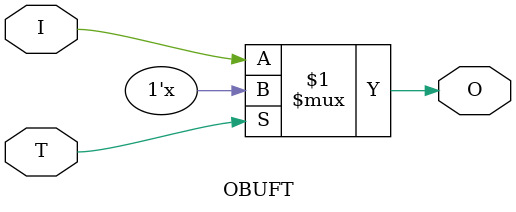
<source format=v>

/*

FUNCTION	: TRI-STATE OUTPUT BUFFER

*/

`timescale  100 ps / 10 ps

`celldefine

module OBUFT (O, I, T);


    output O;

    input  I, T;

	bufif0 T1 (O, I, T);

    specify
	(I *> O) = (0, 0);
	(T *> O) = (0, 0);
    endspecify

endmodule

`endcelldefine

</source>
